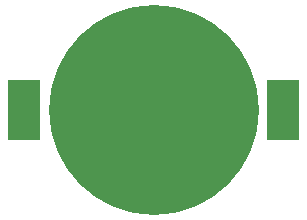
<source format=gbr>
%TF.GenerationSoftware,KiCad,Pcbnew,5.1.7-a382d34a8~88~ubuntu18.04.1*%
%TF.CreationDate,2022-12-18T16:02:27-05:00*%
%TF.ProjectId,project-nrf-leak-detector,70726f6a-6563-4742-9d6e-72662d6c6561,rev?*%
%TF.SameCoordinates,Original*%
%TF.FileFunction,Paste,Bot*%
%TF.FilePolarity,Positive*%
%FSLAX46Y46*%
G04 Gerber Fmt 4.6, Leading zero omitted, Abs format (unit mm)*
G04 Created by KiCad (PCBNEW 5.1.7-a382d34a8~88~ubuntu18.04.1) date 2022-12-18 16:02:27*
%MOMM*%
%LPD*%
G01*
G04 APERTURE LIST*
%ADD10C,17.780000*%
%ADD11R,2.790000X5.080000*%
G04 APERTURE END LIST*
D10*
%TO.C,BT1*%
X58200000Y-50700000D03*
D11*
X69185000Y-50700000D03*
X47215000Y-50700000D03*
%TD*%
M02*

</source>
